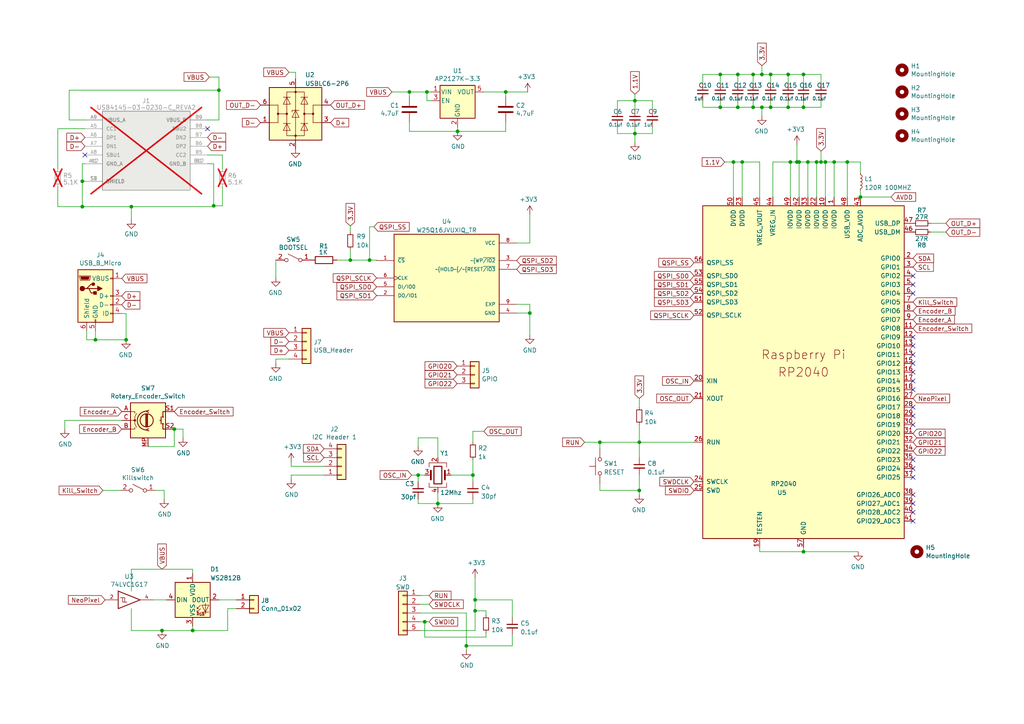
<source format=kicad_sch>
(kicad_sch (version 20230121) (generator eeschema)
  (paper "A4")
  (junction (at 236.855 46.99))
  (junction (at 36.576 98.552))
  (junction (at 107.188 75.438))
  (junction (at 228.6 21.59))
  (junction (at 184.15 38.735))
  (junction (at 223.52 21.59))
  (junction (at 220.98 21.59))
  (junction (at 132.715 38.1))
  (junction (at 245.745 46.99))
  (junction (at 231.14 46.99))
  (junction (at 46.99 182.88))
  (junction (at 123.19 180.34))
  (junction (at 238.125 46.99))
  (junction (at 123.825 26.67))
  (junction (at 185.42 128.27))
  (junction (at 185.42 142.24))
  (junction (at 231.775 46.99))
  (junction (at 241.935 46.99))
  (junction (at 233.045 21.59))
  (junction (at 135.255 187.325))
  (junction (at 137.16 137.795))
  (junction (at 184.15 29.21))
  (junction (at 137.795 173.99))
  (junction (at 38.1 59.944))
  (junction (at 137.795 177.165))
  (junction (at 213.995 21.59))
  (junction (at 27.686 98.552))
  (junction (at 218.44 21.59))
  (junction (at 50.546 124.46))
  (junction (at 208.915 21.59))
  (junction (at 208.915 31.115))
  (junction (at 212.725 46.99))
  (junction (at 146.685 26.67))
  (junction (at 63.5 26.162))
  (junction (at 118.745 26.67))
  (junction (at 233.045 160.02))
  (junction (at 101.6 75.438))
  (junction (at 218.44 31.115))
  (junction (at 23.876 52.578))
  (junction (at 213.995 31.115))
  (junction (at 173.99 128.27))
  (junction (at 223.52 31.115))
  (junction (at 61.976 59.69))
  (junction (at 220.98 31.115))
  (junction (at 55.88 182.88))
  (junction (at 153.67 90.805))
  (junction (at 23.876 59.944))
  (junction (at 121.285 137.795))
  (junction (at 233.045 31.115))
  (junction (at 228.6 31.115))
  (junction (at 239.395 46.99))
  (junction (at 229.235 46.99))
  (junction (at 249.555 57.15))
  (junction (at 127 146.05))
  (junction (at 234.315 46.99))
  (junction (at 215.265 46.99))
  (no_connect (at 264.795 118.11))
  (no_connect (at 264.795 148.59))
  (no_connect (at 264.795 82.55))
  (no_connect (at 264.795 97.79))
  (no_connect (at 264.795 151.13))
  (no_connect (at 24.638 44.958))
  (no_connect (at 264.795 105.41))
  (no_connect (at 264.795 102.87))
  (no_connect (at 264.795 100.33))
  (no_connect (at 264.795 110.49))
  (no_connect (at 264.795 80.01))
  (no_connect (at 264.795 107.95))
  (no_connect (at 264.795 138.43))
  (no_connect (at 264.795 143.51))
  (no_connect (at 264.795 146.05))
  (no_connect (at 60.198 37.338))
  (no_connect (at 264.795 85.09))
  (no_connect (at 264.795 120.65))
  (no_connect (at 264.795 133.35))
  (no_connect (at 264.795 113.03))
  (no_connect (at 264.795 135.89))
  (no_connect (at 264.795 123.19))
  (wire (pts (xy 218.44 29.21) (xy 218.44 31.115)))
  (wire (pts (xy 127 146.05) (xy 137.16 146.05)))
  (wire (pts (xy 213.995 21.59) (xy 213.995 24.13)))
  (wire (pts (xy 238.125 31.115) (xy 238.125 29.21)))
  (wire (pts (xy 23.876 47.498) (xy 23.876 52.578)))
  (wire (pts (xy 173.99 140.335) (xy 173.99 142.24)))
  (wire (pts (xy 220.98 19.05) (xy 220.98 21.59)))
  (wire (pts (xy 184.15 38.735) (xy 184.15 41.275)))
  (wire (pts (xy 233.045 158.75) (xy 233.045 160.02)))
  (wire (pts (xy 118.745 26.67) (xy 123.825 26.67)))
  (wire (pts (xy 228.6 29.21) (xy 228.6 31.115)))
  (wire (pts (xy 38.1 165.1) (xy 38.1 171.45)))
  (wire (pts (xy 16.764 54.102) (xy 16.764 59.944)))
  (wire (pts (xy 223.52 31.115) (xy 228.6 31.115)))
  (wire (pts (xy 223.52 29.21) (xy 223.52 31.115)))
  (wire (pts (xy 127 127) (xy 121.285 127)))
  (wire (pts (xy 93.98 135.255) (xy 84.455 135.255)))
  (wire (pts (xy 60.198 34.798) (xy 63.5 34.798)))
  (wire (pts (xy 80.01 80.518) (xy 80.01 75.438)))
  (wire (pts (xy 185.42 128.27) (xy 185.42 132.715)))
  (wire (pts (xy 97.79 75.438) (xy 101.6 75.438)))
  (wire (pts (xy 184.15 29.21) (xy 189.23 29.21)))
  (wire (pts (xy 80.01 104.14) (xy 83.82 104.14)))
  (wire (pts (xy 220.345 158.75) (xy 220.345 160.02)))
  (wire (pts (xy 234.315 46.99) (xy 236.855 46.99)))
  (wire (pts (xy 233.045 160.02) (xy 248.92 160.02)))
  (wire (pts (xy 149.86 90.805) (xy 153.67 90.805)))
  (wire (pts (xy 234.315 46.99) (xy 234.315 57.15)))
  (wire (pts (xy 241.935 46.99) (xy 245.745 46.99)))
  (wire (pts (xy 185.42 115.57) (xy 185.42 118.11)))
  (wire (pts (xy 215.265 46.99) (xy 220.345 46.99)))
  (wire (pts (xy 55.88 165.1) (xy 38.1 165.1)))
  (wire (pts (xy 119.38 137.795) (xy 121.285 137.795)))
  (wire (pts (xy 238.125 46.99) (xy 239.395 46.99)))
  (wire (pts (xy 179.07 36.83) (xy 179.07 38.735)))
  (wire (pts (xy 212.725 57.15) (xy 212.725 46.99)))
  (wire (pts (xy 113.665 26.67) (xy 118.745 26.67)))
  (wire (pts (xy 148.59 184.15) (xy 148.59 187.325)))
  (wire (pts (xy 84.455 137.795) (xy 84.455 139.065)))
  (wire (pts (xy 107.188 75.438) (xy 109.22 75.438)))
  (wire (pts (xy 236.855 46.99) (xy 238.125 46.99)))
  (wire (pts (xy 148.59 173.99) (xy 137.795 173.99)))
  (wire (pts (xy 239.395 46.99) (xy 241.935 46.99)))
  (wire (pts (xy 146.685 27.94) (xy 146.685 26.67)))
  (wire (pts (xy 220.98 21.59) (xy 223.52 21.59)))
  (wire (pts (xy 50.546 129.54) (xy 50.546 124.46)))
  (wire (pts (xy 218.44 21.59) (xy 218.44 24.13)))
  (wire (pts (xy 16.764 37.338) (xy 16.764 49.022)))
  (wire (pts (xy 153.67 88.265) (xy 153.67 90.805)))
  (wire (pts (xy 85.725 20.955) (xy 83.82 20.955)))
  (wire (pts (xy 35.306 121.92) (xy 18.796 121.92)))
  (wire (pts (xy 132.715 38.1) (xy 146.685 38.1)))
  (wire (pts (xy 218.44 21.59) (xy 220.98 21.59)))
  (wire (pts (xy 231.775 46.99) (xy 231.775 57.15)))
  (wire (pts (xy 84.455 135.255) (xy 84.455 133.985)))
  (wire (pts (xy 66.04 182.88) (xy 55.88 182.88)))
  (wire (pts (xy 153.67 70.485) (xy 153.67 62.23)))
  (wire (pts (xy 123.19 184.785) (xy 140.97 184.785)))
  (wire (pts (xy 20.066 26.162) (xy 20.066 34.798)))
  (wire (pts (xy 121.92 175.26) (xy 124.46 175.26)))
  (wire (pts (xy 25.146 98.552) (xy 25.146 96.012)))
  (wire (pts (xy 24.638 37.338) (xy 16.764 37.338)))
  (wire (pts (xy 213.995 31.115) (xy 218.44 31.115)))
  (wire (pts (xy 233.045 31.115) (xy 238.125 31.115)))
  (wire (pts (xy 63.5 173.99) (xy 68.58 173.99)))
  (wire (pts (xy 101.6 75.438) (xy 107.188 75.438)))
  (wire (pts (xy 20.066 34.798) (xy 24.638 34.798)))
  (wire (pts (xy 249.555 57.15) (xy 258.445 57.15)))
  (wire (pts (xy 189.23 29.21) (xy 189.23 31.75)))
  (wire (pts (xy 269.875 64.77) (xy 274.32 64.77)))
  (wire (pts (xy 23.876 59.944) (xy 38.1 59.944)))
  (wire (pts (xy 169.545 128.27) (xy 173.99 128.27)))
  (wire (pts (xy 123.19 180.34) (xy 123.19 184.785)))
  (wire (pts (xy 132.715 36.83) (xy 132.715 38.1)))
  (wire (pts (xy 269.875 67.31) (xy 274.32 67.31)))
  (wire (pts (xy 64.516 44.958) (xy 64.516 49.022)))
  (wire (pts (xy 210.185 46.99) (xy 212.725 46.99)))
  (wire (pts (xy 130.81 137.795) (xy 137.16 137.795)))
  (wire (pts (xy 127 142.875) (xy 127 146.05)))
  (wire (pts (xy 231.775 46.99) (xy 234.315 46.99)))
  (wire (pts (xy 173.99 128.27) (xy 173.99 130.175)))
  (wire (pts (xy 36.576 90.932) (xy 36.576 98.552)))
  (wire (pts (xy 127 127) (xy 127 132.715)))
  (wire (pts (xy 203.835 29.21) (xy 203.835 31.115)))
  (wire (pts (xy 108.458 65.786) (xy 107.188 65.786)))
  (wire (pts (xy 184.15 36.83) (xy 184.15 38.735)))
  (wire (pts (xy 18.796 124.46) (xy 18.796 121.92)))
  (wire (pts (xy 63.5 34.798) (xy 63.5 26.162)))
  (wire (pts (xy 121.92 182.88) (xy 137.795 182.88)))
  (wire (pts (xy 66.04 176.53) (xy 66.04 182.88)))
  (wire (pts (xy 148.59 179.07) (xy 148.59 173.99)))
  (wire (pts (xy 85.725 22.86) (xy 85.725 20.955)))
  (wire (pts (xy 140.97 177.165) (xy 137.795 177.165)))
  (wire (pts (xy 137.795 173.99) (xy 137.795 167.64)))
  (wire (pts (xy 27.686 96.012) (xy 27.686 98.552)))
  (wire (pts (xy 140.335 125.095) (xy 137.16 125.095)))
  (wire (pts (xy 146.685 26.67) (xy 153.035 26.67)))
  (wire (pts (xy 121.285 137.795) (xy 123.19 137.795)))
  (wire (pts (xy 123.825 29.21) (xy 123.825 26.67)))
  (wire (pts (xy 55.88 182.88) (xy 55.88 181.61)))
  (wire (pts (xy 208.915 29.21) (xy 208.915 31.115)))
  (wire (pts (xy 27.686 98.552) (xy 25.146 98.552)))
  (wire (pts (xy 189.23 38.735) (xy 189.23 36.83)))
  (wire (pts (xy 64.516 59.69) (xy 61.976 59.69)))
  (wire (pts (xy 46.99 182.88) (xy 55.88 182.88)))
  (wire (pts (xy 121.92 177.8) (xy 135.255 177.8)))
  (wire (pts (xy 179.07 31.75) (xy 179.07 29.21)))
  (wire (pts (xy 38.1 59.944) (xy 61.976 59.944)))
  (wire (pts (xy 185.42 128.27) (xy 201.295 128.27)))
  (wire (pts (xy 236.855 46.99) (xy 236.855 57.15)))
  (wire (pts (xy 228.6 21.59) (xy 228.6 24.13)))
  (wire (pts (xy 203.835 21.59) (xy 208.915 21.59)))
  (wire (pts (xy 140.335 26.67) (xy 146.685 26.67)))
  (wire (pts (xy 53.086 124.46) (xy 50.546 124.46)))
  (wire (pts (xy 118.745 27.94) (xy 118.745 26.67)))
  (wire (pts (xy 135.255 177.8) (xy 135.255 187.325)))
  (wire (pts (xy 140.97 183.515) (xy 140.97 184.785)))
  (wire (pts (xy 137.16 133.35) (xy 137.16 137.795)))
  (wire (pts (xy 173.99 142.24) (xy 185.42 142.24)))
  (wire (pts (xy 124.46 172.72) (xy 121.92 172.72)))
  (wire (pts (xy 118.745 38.1) (xy 132.715 38.1)))
  (wire (pts (xy 229.235 46.99) (xy 229.235 57.15)))
  (wire (pts (xy 123.825 26.67) (xy 125.095 26.67)))
  (wire (pts (xy 80.01 105.41) (xy 80.01 104.14)))
  (wire (pts (xy 149.86 70.485) (xy 153.67 70.485)))
  (wire (pts (xy 24.638 52.578) (xy 23.876 52.578)))
  (wire (pts (xy 38.1 176.53) (xy 38.1 182.88)))
  (wire (pts (xy 137.16 125.095) (xy 137.16 128.27)))
  (wire (pts (xy 249.555 55.245) (xy 249.555 57.15)))
  (wire (pts (xy 238.125 43.815) (xy 238.125 46.99)))
  (wire (pts (xy 60.706 22.352) (xy 63.5 22.352)))
  (wire (pts (xy 38.1 182.88) (xy 46.99 182.88)))
  (wire (pts (xy 101.6 72.39) (xy 101.6 75.438)))
  (wire (pts (xy 16.764 59.944) (xy 23.876 59.944)))
  (wire (pts (xy 208.915 21.59) (xy 208.915 24.13)))
  (wire (pts (xy 121.285 137.795) (xy 121.285 139.7)))
  (wire (pts (xy 220.345 46.99) (xy 220.345 57.15)))
  (wire (pts (xy 220.345 160.02) (xy 233.045 160.02)))
  (wire (pts (xy 137.16 137.795) (xy 137.16 139.7)))
  (wire (pts (xy 55.88 166.37) (xy 55.88 165.1)))
  (wire (pts (xy 61.976 59.69) (xy 61.976 47.498)))
  (wire (pts (xy 149.86 88.265) (xy 153.67 88.265)))
  (wire (pts (xy 231.14 41.91) (xy 231.14 46.99)))
  (wire (pts (xy 173.99 128.27) (xy 185.42 128.27)))
  (wire (pts (xy 223.52 21.59) (xy 228.6 21.59)))
  (wire (pts (xy 20.066 26.162) (xy 63.5 26.162)))
  (wire (pts (xy 213.995 21.59) (xy 218.44 21.59)))
  (wire (pts (xy 153.67 90.805) (xy 153.67 97.155)))
  (wire (pts (xy 146.685 35.56) (xy 146.685 38.1)))
  (wire (pts (xy 123.19 180.34) (xy 124.46 180.34)))
  (wire (pts (xy 47.625 144.78) (xy 47.625 142.24)))
  (wire (pts (xy 249.555 46.99) (xy 249.555 50.165)))
  (wire (pts (xy 137.795 182.88) (xy 137.795 177.165)))
  (wire (pts (xy 245.745 46.99) (xy 249.555 46.99)))
  (wire (pts (xy 224.155 57.15) (xy 224.155 46.99)))
  (wire (pts (xy 208.915 31.115) (xy 213.995 31.115)))
  (wire (pts (xy 135.255 187.325) (xy 135.255 188.595)))
  (wire (pts (xy 137.16 144.78) (xy 137.16 146.05)))
  (wire (pts (xy 34.925 142.24) (xy 29.845 142.24)))
  (wire (pts (xy 35.306 90.932) (xy 36.576 90.932)))
  (wire (pts (xy 185.42 123.19) (xy 185.42 128.27)))
  (wire (pts (xy 61.976 59.944) (xy 61.976 59.69)))
  (wire (pts (xy 60.198 44.958) (xy 64.516 44.958)))
  (wire (pts (xy 233.045 21.59) (xy 233.045 24.13)))
  (wire (pts (xy 42.926 129.54) (xy 50.546 129.54)))
  (wire (pts (xy 212.725 46.99) (xy 215.265 46.99)))
  (wire (pts (xy 118.745 35.56) (xy 118.745 38.1)))
  (wire (pts (xy 93.98 137.795) (xy 84.455 137.795)))
  (wire (pts (xy 36.576 98.552) (xy 27.686 98.552)))
  (wire (pts (xy 184.15 31.75) (xy 184.15 29.21)))
  (wire (pts (xy 101.6 67.31) (xy 101.6 65.532)))
  (wire (pts (xy 218.44 31.115) (xy 220.98 31.115)))
  (wire (pts (xy 68.58 176.53) (xy 66.04 176.53)))
  (wire (pts (xy 245.745 46.99) (xy 245.745 57.15)))
  (wire (pts (xy 220.98 31.115) (xy 223.52 31.115)))
  (wire (pts (xy 231.14 46.99) (xy 231.775 46.99)))
  (wire (pts (xy 109.22 75.438) (xy 109.22 75.565)))
  (wire (pts (xy 179.07 38.735) (xy 184.15 38.735)))
  (wire (pts (xy 203.835 24.13) (xy 203.835 21.59)))
  (wire (pts (xy 203.835 31.115) (xy 208.915 31.115)))
  (wire (pts (xy 121.285 144.78) (xy 121.285 146.05)))
  (wire (pts (xy 185.42 137.795) (xy 185.42 142.24)))
  (wire (pts (xy 23.876 52.578) (xy 23.876 59.944)))
  (wire (pts (xy 179.07 29.21) (xy 184.15 29.21)))
  (wire (pts (xy 184.15 27.305) (xy 184.15 29.21)))
  (wire (pts (xy 24.638 47.498) (xy 23.876 47.498)))
  (wire (pts (xy 208.915 21.59) (xy 213.995 21.59)))
  (wire (pts (xy 223.52 21.59) (xy 223.52 24.13)))
  (wire (pts (xy 137.795 177.165) (xy 137.795 173.99)))
  (wire (pts (xy 121.285 127) (xy 121.285 129.54)))
  (wire (pts (xy 121.285 146.05) (xy 127 146.05)))
  (wire (pts (xy 61.976 47.498) (xy 60.198 47.498)))
  (wire (pts (xy 224.155 46.99) (xy 229.235 46.99)))
  (wire (pts (xy 185.42 142.24) (xy 185.42 143.51)))
  (wire (pts (xy 233.045 29.21) (xy 233.045 31.115)))
  (wire (pts (xy 241.935 46.99) (xy 241.935 57.15)))
  (wire (pts (xy 125.095 29.21) (xy 123.825 29.21)))
  (wire (pts (xy 220.98 31.115) (xy 220.98 33.655)))
  (wire (pts (xy 47.625 142.24) (xy 45.085 142.24)))
  (wire (pts (xy 213.995 29.21) (xy 213.995 31.115)))
  (wire (pts (xy 148.59 187.325) (xy 135.255 187.325)))
  (wire (pts (xy 233.045 21.59) (xy 238.125 21.59)))
  (wire (pts (xy 121.92 180.34) (xy 123.19 180.34)))
  (wire (pts (xy 53.086 127) (xy 53.086 124.46)))
  (wire (pts (xy 64.516 54.102) (xy 64.516 59.69)))
  (wire (pts (xy 38.1 59.944) (xy 38.1 63.754)))
  (wire (pts (xy 184.15 38.735) (xy 189.23 38.735)))
  (wire (pts (xy 228.6 21.59) (xy 233.045 21.59)))
  (wire (pts (xy 48.26 173.99) (xy 44.45 173.99)))
  (wire (pts (xy 239.395 46.99) (xy 239.395 57.15)))
  (wire (pts (xy 63.5 22.352) (xy 63.5 26.162)))
  (wire (pts (xy 229.235 46.99) (xy 231.14 46.99)))
  (wire (pts (xy 107.188 65.786) (xy 107.188 75.438)))
  (wire (pts (xy 228.6 31.115) (xy 233.045 31.115)))
  (wire (pts (xy 238.125 21.59) (xy 238.125 24.13)))
  (wire (pts (xy 215.265 46.99) (xy 215.265 57.15)))
  (wire (pts (xy 140.97 178.435) (xy 140.97 177.165)))
  (global_label "QSPI_SCLK" (shape input) (at 109.22 80.645 180) (property "Intersheetrefs" "${INTERSHEET_REFS}" (effects hide)))
  (global_label "NeoPixel" (shape input) (at 264.795 115.57 0) (property "Intersheetrefs" "${INTERSHEET_REFS}" (effects hide)))
  (global_label "AVDD" (shape input) (at 258.445 57.15 0) (property "Intersheetrefs" "${INTERSHEET_REFS}" (effects hide)))
  (global_label "3.3V" (shape input) (at 185.42 115.57 90) (property "Intersheetrefs" "${INTERSHEET_REFS}" (effects hide)))
  (global_label "Encoder_B" (shape input) (at 264.795 90.17 0) (property "Intersheetrefs" "${INTERSHEET_REFS}" (effects hide)))
  (global_label "3.3V" (shape input) (at 101.6 65.532 90) (property "Intersheetrefs" "${INTERSHEET_REFS}" (effects hide)))
  (global_label "QSPI_SD2" (shape input) (at 201.295 85.09 180) (property "Intersheetrefs" "${INTERSHEET_REFS}" (effects hide)))
  (global_label "GPIO20" (shape input) (at 264.795 125.73 0) (property "Intersheetrefs" "${INTERSHEET_REFS}" (effects hide)))
  (global_label "VBUS" (shape input) (at 113.665 26.67 180) (property "Intersheetrefs" "${INTERSHEET_REFS}" (effects hide)))
  (global_label "OUT_D+" (shape input) (at 95.885 30.48 0) (property "Intersheetrefs" "${INTERSHEET_REFS}" (effects hide)))
  (global_label "D+" (shape input) (at 35.306 85.852 0) (property "Intersheetrefs" "${INTERSHEET_REFS}" (effects hide)))
  (global_label "OSC_IN" (shape input) (at 201.295 110.49 180) (property "Intersheetrefs" "${INTERSHEET_REFS}" (effects hide)))
  (global_label "Encoder_B" (shape input) (at 35.306 124.46 180) (property "Intersheetrefs" "${INTERSHEET_REFS}" (effects hide)))
  (global_label "OSC_OUT" (shape input) (at 201.295 115.57 180) (property "Intersheetrefs" "${INTERSHEET_REFS}" (effects hide)))
  (global_label "VBUS" (shape input) (at 83.82 96.52 180) (property "Intersheetrefs" "${INTERSHEET_REFS}" (effects hide)))
  (global_label "QSPI_SS" (shape input) (at 108.458 65.786 0) (property "Intersheetrefs" "${INTERSHEET_REFS}" (effects hide)))
  (global_label "OUT_D-" (shape input) (at 274.32 67.31 0) (property "Intersheetrefs" "${INTERSHEET_REFS}" (effects hide)))
  (global_label "D+" (shape input) (at 60.198 42.418 0) (property "Intersheetrefs" "${INTERSHEET_REFS}" (effects hide)))
  (global_label "Encoder_Switch" (shape input) (at 264.795 95.25 0) (property "Intersheetrefs" "${INTERSHEET_REFS}" (effects hide)))
  (global_label "GPIO21" (shape input) (at 132.588 108.712 180) (property "Intersheetrefs" "${INTERSHEET_REFS}" (effects hide)))
  (global_label "SWDIO" (shape input) (at 201.295 142.24 180) (property "Intersheetrefs" "${INTERSHEET_REFS}" (effects hide)))
  (global_label "Encoder_A" (shape input) (at 264.795 92.71 0) (property "Intersheetrefs" "${INTERSHEET_REFS}" (effects hide)))
  (global_label "QSPI_SD2" (shape input) (at 149.86 75.565 0) (property "Intersheetrefs" "${INTERSHEET_REFS}" (effects hide)))
  (global_label "RUN" (shape input) (at 124.46 172.72 0) (property "Intersheetrefs" "${INTERSHEET_REFS}" (effects hide)))
  (global_label "VBUS" (shape input) (at 46.99 165.1 90) (property "Intersheetrefs" "${INTERSHEET_REFS}" (effects hide)))
  (global_label "D-" (shape input) (at 75.565 35.56 180) (property "Intersheetrefs" "${INTERSHEET_REFS}" (effects hide)))
  (global_label "GPIO20" (shape input) (at 132.588 106.172 180) (property "Intersheetrefs" "${INTERSHEET_REFS}" (effects hide)))
  (global_label "OSC_OUT" (shape input) (at 140.335 125.095 0) (property "Intersheetrefs" "${INTERSHEET_REFS}" (effects hide)))
  (global_label "VBUS" (shape input) (at 83.82 20.955 180) (property "Intersheetrefs" "${INTERSHEET_REFS}" (effects hide)))
  (global_label "Kill_Switch" (shape input) (at 29.845 142.24 180) (property "Intersheetrefs" "${INTERSHEET_REFS}" (effects hide)))
  (global_label "Encoder_A" (shape input) (at 35.306 119.38 180) (property "Intersheetrefs" "${INTERSHEET_REFS}" (effects hide)))
  (global_label "SWDCLK" (shape input) (at 124.46 175.26 0) (property "Intersheetrefs" "${INTERSHEET_REFS}" (effects hide)))
  (global_label "QSPI_SD0" (shape input) (at 201.295 80.01 180) (property "Intersheetrefs" "${INTERSHEET_REFS}" (effects hide)))
  (global_label "VBUS" (shape input) (at 35.306 80.772 0) (property "Intersheetrefs" "${INTERSHEET_REFS}" (effects hide)))
  (global_label "SDA" (shape input) (at 264.795 74.93 0) (property "Intersheetrefs" "${INTERSHEET_REFS}" (effects hide)))
  (global_label "RUN" (shape input) (at 169.545 128.27 180) (property "Intersheetrefs" "${INTERSHEET_REFS}" (effects hide)))
  (global_label "Encoder_Switch" (shape input) (at 50.546 119.38 0) (property "Intersheetrefs" "${INTERSHEET_REFS}" (effects hide)))
  (global_label "3.3V" (shape input) (at 220.98 19.05 90) (property "Intersheetrefs" "${INTERSHEET_REFS}" (effects hide)))
  (global_label "1.1V" (shape input) (at 210.185 46.99 180) (property "Intersheetrefs" "${INTERSHEET_REFS}" (effects hide)))
  (global_label "VBUS" (shape input) (at 60.706 22.352 180) (property "Intersheetrefs" "${INTERSHEET_REFS}" (effects hide)))
  (global_label "SWDCLK" (shape input) (at 201.295 139.7 180) (property "Intersheetrefs" "${INTERSHEET_REFS}" (effects hide)))
  (global_label "GPIO22" (shape input) (at 132.588 111.252 180) (property "Intersheetrefs" "${INTERSHEET_REFS}" (effects hide)))
  (global_label "1.1V" (shape input) (at 184.15 27.305 90) (property "Intersheetrefs" "${INTERSHEET_REFS}" (effects hide)))
  (global_label "D-" (shape input) (at 35.306 88.392 0) (property "Intersheetrefs" "${INTERSHEET_REFS}" (effects hide)))
  (global_label "OUT_D+" (shape input) (at 274.32 64.77 0) (property "Intersheetrefs" "${INTERSHEET_REFS}" (effects hide)))
  (global_label "QSPI_SD3" (shape input) (at 201.295 87.63 180) (property "Intersheetrefs" "${INTERSHEET_REFS}" (effects hide)))
  (global_label "OSC_IN" (shape input) (at 119.38 137.795 180) (property "Intersheetrefs" "${INTERSHEET_REFS}" (effects hide)))
  (global_label "Kill_Switch" (shape input) (at 264.795 87.63 0) (property "Intersheetrefs" "${INTERSHEET_REFS}" (effects hide)))
  (global_label "QSPI_SD1" (shape input) (at 201.295 82.55 180) (property "Intersheetrefs" "${INTERSHEET_REFS}" (effects hide)))
  (global_label "QSPI_SCLK" (shape input) (at 201.295 91.44 180) (property "Intersheetrefs" "${INTERSHEET_REFS}" (effects hide)))
  (global_label "GPIO21" (shape input) (at 264.795 128.27 0) (property "Intersheetrefs" "${INTERSHEET_REFS}" (effects hide)))
  (global_label "D-" (shape input) (at 24.638 42.418 180) (property "Intersheetrefs" "${INTERSHEET_REFS}" (effects hide)))
  (global_label "SWDIO" (shape input) (at 124.46 180.34 0) (property "Intersheetrefs" "${INTERSHEET_REFS}" (effects hide)))
  (global_label "QSPI_SD0" (shape input) (at 109.22 83.185 180) (property "Intersheetrefs" "${INTERSHEET_REFS}" (effects hide)))
  (global_label "SDA" (shape input) (at 93.98 130.175 180) (property "Intersheetrefs" "${INTERSHEET_REFS}" (effects hide)))
  (global_label "D+" (shape input) (at 83.82 101.6 180) (property "Intersheetrefs" "${INTERSHEET_REFS}" (effects hide)))
  (global_label "SCL" (shape input) (at 264.795 77.47 0) (property "Intersheetrefs" "${INTERSHEET_REFS}" (effects hide)))
  (global_label "QSPI_SD1" (shape input) (at 109.22 85.725 180) (property "Intersheetrefs" "${INTERSHEET_REFS}" (effects hide)))
  (global_label "QSPI_SS" (shape input) (at 201.295 76.2 180) (property "Intersheetrefs" "${INTERSHEET_REFS}" (effects hide)))
  (global_label "3.3V" (shape input) (at 238.125 43.815 90) (property "Intersheetrefs" "${INTERSHEET_REFS}" (effects hide)))
  (global_label "D-" (shape input) (at 83.82 99.06 180) (property "Intersheetrefs" "${INTERSHEET_REFS}" (effects hide)))
  (global_label "D+" (shape input) (at 95.885 35.56 0) (property "Intersheetrefs" "${INTERSHEET_REFS}" (effects hide)))
  (global_label "SCL" (shape input) (at 93.98 132.715 180) (property "Intersheetrefs" "${INTERSHEET_REFS}" (effects hide)))
  (global_label "NeoPixel" (shape input) (at 30.48 173.99 180) (property "Intersheetrefs" "${INTERSHEET_REFS}" (effects hide)))
  (global_label "D+" (shape input) (at 24.638 39.878 180) (property "Intersheetrefs" "${INTERSHEET_REFS}" (effects hide)))
  (global_label "QSPI_SD3" (shape input) (at 149.86 78.105 0) (property "Intersheetrefs" "${INTERSHEET_REFS}" (effects hide)))
  (global_label "D-" (shape input) (at 60.198 39.878 0) (property "Intersheetrefs" "${INTERSHEET_REFS}" (effects hide)))
  (global_label "GPIO22" (shape input) (at 264.795 130.81 0) (property "Intersheetrefs" "${INTERSHEET_REFS}" (effects hide)))
  (global_label "OUT_D-" (shape input) (at 75.565 30.48 180) (property "Intersheetrefs" "${INTERSHEET_REFS}" (effects hide)))
  (symbol (lib_id "Library:Conn_01x04") (at 99.06 135.255 0) (mirror x) (unit 1) (in_bom no)
    (property "Reference" "J2" (at 96.9772 124.46 0))
    (property "Value" "I2C Header 1" (at 96.9772 126.7714 0))
    (property "Footprint" "Library:1pt3in_OLED" (effects hide))
  )
  (symbol (lib_id "Library:SW_SPST") (at 85.09 75.438 0) (mirror y) (unit 1)
    (property "Reference" "SW5" (at 85.09 69.469 0))
    (property "Value" "BOOTSEL" (at 85.09 71.7804 0))
    (property "Footprint" "Library:SW_Push_1P1T_NO_4.5x4.5mm" (effects hide))
    (property "LCSC" "C843607" (effects hide))
  )
  (symbol (lib_id "power:GND") (at 80.01 80.518 0) (mirror y) (unit 1)
    (property "Reference" "#PWR0115" (effects hide))
    (property "Value" "GND" (at 79.883 84.9122 0))
  )
  (symbol (lib_id "power:+3V3") (at 84.455 133.985 0) (unit 1)
    (property "Reference" "#PWR0106" (effects hide))
    (property "Value" "+3V3" (at 84.836 129.5908 0))
  )
  (symbol (lib_id "power:GND") (at 84.455 139.065 0) (unit 1)
    (property "Reference" "#PWR0107" (effects hide))
    (property "Value" "GND" (at 84.582 143.4592 0))
  )
  (symbol (lib_id "power:+3V3") (at 153.67 62.23 0) (mirror y) (unit 1)
    (property "Reference" "#PWR0116" (effects hide))
    (property "Value" "+3V3" (at 153.289 57.8358 0))
  )
  (symbol (lib_id "power:GND") (at 47.625 144.78 0) (unit 1)
    (property "Reference" "#PWR0120" (effects hide))
    (property "Value" "GND" (at 47.752 149.1742 0))
  )
  (symbol (lib_id "Library:74LVC1G17") (at 38.1 173.99 0) (unit 1)
    (property "Reference" "U3" (at 37.465 167.2082 0))
    (property "Value" "74LVC1G17" (at 37.465 169.5196 0))
    (property "Footprint" "Library:SOT-753" (effects hide))
    (property "Datasheet" "http://www.ti.com/lit/sg/scyt129e/scyt129e.pdf" (effects hide))
    (property "LCSC" "C6076" (effects hide))
  )
  (symbol (lib_id "Library:WS2812B") (at 55.88 173.99 0) (unit 1)
    (property "Reference" "D1" (at 60.96 165.1 0) (effects (justify left)))
    (property "Value" "WS2812B" (at 60.96 167.64 0) (effects (justify left)))
    (property "Footprint" "Library:LED_WS2812B_PLCC4_5.0x5.0mm_P3.2mm" (effects hide))
    (property "Datasheet" "https://cdn-shop.adafruit.com/datasheets/WS2812B.pdf" (effects hide))
    (property "LCSC" "C2761795" (effects hide))
  )
  (symbol (lib_id "Library:AP2127K-3.3") (at 132.715 29.21 0) (unit 1)
    (property "Reference" "U1" (at 132.715 20.5232 0))
    (property "Value" "AP2127K-3.3" (at 132.715 22.8346 0))
    (property "Footprint" "Library:SOT-23-5" (effects hide))
    (property "Datasheet" "https://www.diodes.com/assets/Datasheets/AP2127.pdf" (effects hide))
    (property "LCSC" "C156285" (effects hide))
  )
  (symbol (lib_id "Library:C") (at 146.685 31.75 0) (unit 1)
    (property "Reference" "C2" (at 149.606 30.5816 0) (effects (justify left)))
    (property "Value" "4.7uF" (at 149.606 32.893 0) (effects (justify left)))
    (property "Footprint" "Library:C_0603_1608Metric" (effects hide))
    (property "LCSC" "C19666" (effects hide))
  )
  (symbol (lib_id "Library:C") (at 118.745 31.75 0) (unit 1)
    (property "Reference" "C1" (at 115.824 30.5816 0) (effects (justify right)))
    (property "Value" "4.7uF" (at 115.824 32.893 0) (effects (justify right)))
    (property "Footprint" "Library:C_0603_1608Metric" (effects hide))
    (property "LCSC" "C19666" (effects hide))
  )
  (symbol (lib_id "power:GND") (at 46.99 182.88 0) (unit 1)
    (property "Reference" "#PWR0121" (effects hide))
    (property "Value" "GND" (at 47.117 187.2742 0))
  )
  (symbol (lib_id "Library:Rotary_Encoder_Switch") (at 42.926 121.92 0) (unit 1) (in_bom no)
    (property "Reference" "SW7" (at 42.926 112.5982 0))
    (property "Value" "Rotary_Encoder_Switch" (at 42.926 114.9096 0))
    (property "Footprint" "Library:EN11_Encoder" (effects hide))
    (property "MPN" "EN11-HSB1AF15" (effects hide))
  )
  (symbol (lib_id "power:+3V3") (at 153.035 26.67 0) (mirror y) (unit 1)
    (property "Reference" "#PWR0113" (effects hide))
    (property "Value" "+3V3" (at 152.654 22.2758 0))
  )
  (symbol (lib_id "power:GND") (at 53.086 127 0) (unit 1)
    (property "Reference" "#PWR0122" (effects hide))
    (property "Value" "GND" (at 53.213 131.3942 0))
  )
  (symbol (lib_id "power:GND") (at 132.715 38.1 0) (unit 1)
    (property "Reference" "#PWR0114" (effects hide))
    (property "Value" "GND" (at 132.842 42.4942 0))
  )
  (symbol (lib_id "Library:SW_SPST") (at 40.005 142.24 0) (mirror y) (unit 1)
    (property "Reference" "SW6" (at 40.005 136.271 0))
    (property "Value" "Killswitch" (at 40.005 138.5824 0))
    (property "Footprint" "Library:SW_Push_1P1T_NO_4.5x4.5mm" (effects hide))
    (property "LCSC" "C843607" (effects hide))
  )
  (symbol (lib_id "Library:MountingHole") (at 261.62 20.32 0) (unit 1) (in_bom no)
    (property "Reference" "H1" (at 264.16 19.1516 0) (effects (justify left)))
    (property "Value" "MountingHole" (at 264.16 21.463 0) (effects (justify left)))
    (property "Footprint" "Library:MountingHole_3.2mm_M3" (effects hide))
  )
  (symbol (lib_id "Library:MountingHole") (at 261.62 26.67 0) (unit 1) (in_bom no)
    (property "Reference" "H2" (at 264.16 25.5016 0) (effects (justify left)))
    (property "Value" "MountingHole" (at 264.16 27.813 0) (effects (justify left)))
    (property "Footprint" "Library:MountingHole_3.2mm_M3" (effects hide))
  )
  (symbol (lib_id "Library:MountingHole") (at 261.62 33.02 0) (unit 1) (in_bom no)
    (property "Reference" "H3" (at 264.16 31.8516 0) (effects (justify left)))
    (property "Value" "MountingHole" (at 264.16 34.163 0) (effects (justify left)))
    (property "Footprint" "Library:MountingHole_3.2mm_M3" (effects hide))
  )
  (symbol (lib_id "Library:MountingHole") (at 261.62 39.37 0) (unit 1) (in_bom no)
    (property "Reference" "H4" (at 264.16 38.2016 0) (effects (justify left)))
    (property "Value" "MountingHole" (at 264.16 40.513 0) (effects (justify left)))
    (property "Footprint" "Library:MountingHole_3.2mm_M3" (effects hide))
  )
  (symbol (lib_id "power:GND") (at 135.255 188.595 0) (unit 1)
    (property "Reference" "#PWR0124" (effects hide))
    (property "Value" "GND" (at 135.382 192.9892 0))
  )
  (symbol (lib_id "power:+3V3") (at 137.795 167.64 0) (unit 1)
    (property "Reference" "#PWR0125" (effects hide))
    (property "Value" "+3V3" (at 138.176 163.2458 0))
  )
  (symbol (lib_id "power:GND") (at 18.796 124.46 0) (unit 1)
    (property "Reference" "#PWR0123" (effects hide))
    (property "Value" "GND" (at 18.923 128.8542 0))
  )
  (symbol (lib_id "Library:Conn_01x04") (at 88.9 99.06 0) (unit 1) (in_bom no)
    (property "Reference" "J7" (at 90.932 99.2632 0) (effects (justify left)))
    (property "Value" "USB_Header" (at 90.932 101.5746 0) (effects (justify left)))
    (property "Footprint" "Library:PinHeader_1x04_P2.54mm_Vertical" (effects hide))
  )
  (symbol (lib_id "power:GND") (at 80.01 105.41 0) (mirror y) (unit 1)
    (property "Reference" "#PWR0128" (effects hide))
    (property "Value" "GND" (at 79.883 109.8042 0))
  )
  (symbol (lib_id "Library:Conn_01x02") (at 73.66 173.99 0) (unit 1) (in_bom no)
    (property "Reference" "J8" (at 75.692 174.1932 0) (effects (justify left)))
    (property "Value" "Conn_01x02" (at 75.692 176.5046 0) (effects (justify left)))
    (property "Footprint" "Library:PinHeader_1x02_P2.54mm_Vertical" (effects hide))
  )
  (symbol (lib_id "Library:RP2040") (at 233.045 107.95 0) (unit 1)
    (property "Reference" "U5" (at 225.425 142.875 0) (effects (justify left)))
    (property "Value" "RP2040" (at 223.52 140.335 0) (effects (justify left)))
    (property "Footprint" "Library:RP2040-QFN-56" (effects hide))
    (property "LCSC" "C2040" (effects hide))
  )
  (symbol (lib_id "Library:C_Small") (at 121.285 142.24 180) (unit 1)
    (property "Reference" "C3" (at 117.475 140.335 0) (effects (justify right)))
    (property "Value" "30pf" (at 116.205 144.145 0) (effects (justify right)))
    (property "Footprint" "Library:C_0402_1005Metric" (effects hide))
    (property "LCSC" "C526980" (effects hide))
  )
  (symbol (lib_id "Library:C_Small") (at 218.44 26.67 0) (unit 1)
    (property "Reference" "C13" (at 217.17 24.765 0) (effects (justify left)))
    (property "Value" "0.1uf" (at 215.9 28.575 0) (effects (font (size 1 1)) (justify left)))
    (property "Footprint" "Library:C_0402_1005Metric" (effects hide))
    (property "LCSC" "C1525" (effects hide))
  )
  (symbol (lib_id "Library:C_Small") (at 233.045 26.67 0) (unit 1)
    (property "Reference" "C16" (at 231.775 24.765 0) (effects (justify left)))
    (property "Value" "0.1uf" (at 230.505 28.575 0) (effects (font (size 1 1)) (justify left)))
    (property "Footprint" "Library:C_0402_1005Metric" (effects hide))
    (property "LCSC" "C1525" (effects hide))
  )
  (symbol (lib_id "Library:C_Small") (at 185.42 135.255 0) (unit 1)
    (property "Reference" "C8" (at 187.7441 134.4266 0) (effects (justify left)))
    (property "Value" "0.1uf" (at 187.7441 136.9635 0) (effects (justify left)))
    (property "Footprint" "Library:C_0402_1005Metric" (effects hide))
    (property "LCSC" "C1525" (effects hide))
  )
  (symbol (lib_id "power:GND") (at 153.67 97.155 0) (unit 1)
    (property "Reference" "#PWR0101" (effects hide))
    (property "Value" "GND" (at 153.67 101.5984 0))
  )
  (symbol (lib_name "GND_1") (lib_id "power:GND") (at 38.1 63.754 0) (unit 1)
    (property "Reference" "#PWR01" (effects hide))
    (property "Value" "GND" (at 38.1 67.8895 0))
  )
  (symbol (lib_id "Library:L_Small") (at 249.555 52.705 0) (unit 1)
    (property "Reference" "L1" (at 250.698 51.8703 0) (effects (justify left)))
    (property "Value" "120R 100MHZ" (at 250.698 54.4072 0) (effects (justify left)))
    (property "Footprint" "Library:L_0402_1005Metric" (effects hide))
    (property "LCSC" "C107331" (effects hide))
  )
  (symbol (lib_id "power:GND") (at 36.576 98.552 0) (mirror y) (unit 1)
    (property "Reference" "#PWR02" (effects hide))
    (property "Value" "GND" (at 36.449 102.9462 0))
  )
  (symbol (lib_id "Library:R_Small") (at 137.16 130.81 0) (unit 1)
    (property "Reference" "R2" (at 138.6586 129.9753 0) (effects (justify left)))
    (property "Value" "1k" (at 138.6586 132.5122 0) (effects (justify left)))
    (property "Footprint" "Library:R_0603_1608Metric" (effects hide))
    (property "LCSC" "C21190" (effects hide))
  )
  (symbol (lib_id "power:GND") (at 220.98 33.655 0) (mirror y) (unit 1)
    (property "Reference" "#PWR0108" (effects hide))
    (property "Value" "GND" (at 220.853 38.0492 0))
  )
  (symbol (lib_id "Library:USB_B_Micro") (at 27.686 85.852 0) (unit 1)
    (property "Reference" "J4" (at 29.1338 73.9902 0))
    (property "Value" "USB_B_Micro" (at 29.1338 76.3016 0))
    (property "Footprint" "Library:MolexVertical&Horizontal_MicroB" (effects hide))
    (property "LCSC" "C136000" (effects hide))
  )
  (symbol (lib_id "Library:C_Small") (at 203.835 26.67 0) (unit 1)
    (property "Reference" "C10" (at 202.565 24.765 0) (effects (justify left)))
    (property "Value" "1uf" (at 201.295 28.575 0) (effects (font (size 1 1)) (justify left)))
    (property "Footprint" "Library:C_0402_1005Metric" (effects hide))
    (property "LCSC" "C52923" (effects hide))
  )
  (symbol (lib_id "Library:C_Small") (at 208.915 26.67 0) (unit 1)
    (property "Reference" "C11" (at 207.645 24.765 0) (effects (justify left)))
    (property "Value" "0.1uf" (at 206.375 28.575 0) (effects (font (size 1 1)) (justify left)))
    (property "Footprint" "Library:C_0402_1005Metric" (effects hide))
    (property "LCSC" "C1525" (effects hide))
  )
  (symbol (lib_id "power:GND") (at 127 146.05 0) (mirror y) (unit 1)
    (property "Reference" "#PWR0102" (effects hide))
    (property "Value" "GND" (at 126.873 150.4442 0))
  )
  (symbol (lib_id "Library:Conn_01x05") (at 116.84 177.8 0) (mirror y) (unit 1) (in_bom no)
    (property "Reference" "J3" (at 116.84 167.7502 0))
    (property "Value" "SWD" (at 116.84 170.2871 0))
    (property "Footprint" "Library:PinHeader_1x05_P2.54mm_Vertical" (effects hide))
  )
  (symbol (lib_id "Library:C_Small") (at 137.16 142.24 0) (unit 1)
    (property "Reference" "C4" (at 139.4841 141.4116 0) (effects (justify left)))
    (property "Value" "30pf" (at 139.4841 143.9485 0) (effects (justify left)))
    (property "Footprint" "Library:C_0402_1005Metric" (effects hide))
    (property "LCSC" "C526980" (effects hide))
  )
  (symbol (lib_id "Library:R_Small") (at 140.97 180.975 0) (unit 1)
    (property "Reference" "R3" (at 142.4686 180.1403 0) (effects (justify left)))
    (property "Value" "10k" (at 142.4686 182.6772 0) (effects (justify left)))
    (property "Footprint" "Library:R_0603_1608Metric" (effects hide))
    (property "LCSC" "C25804" (effects hide))
  )
  (symbol (lib_id "power:GND") (at 248.92 160.02 0) (mirror y) (unit 1)
    (property "Reference" "#PWR0109" (effects hide))
    (property "Value" "GND" (at 248.793 164.4142 0))
  )
  (symbol (lib_id "Library:MountingHole") (at 265.938 160.02 0) (unit 1) (in_bom no)
    (property "Reference" "H5" (at 268.478 158.8079 0) (effects (justify left)))
    (property "Value" "MountingHole" (at 268.478 161.2321 0) (effects (justify left)))
    (property "Footprint" "Library:VoronLogo_6pt5mm_silkScreen" (effects hide))
    (property "Sim.Enable" "0" (effects hide))
  )
  (symbol (lib_id "Library:R_Small") (at 267.335 64.77 90) (unit 1)
    (property "Reference" "R7" (at 267.335 61.0235 90))
    (property "Value" "27R" (at 267.335 62.9445 90))
    (property "Footprint" "Library:R_0402_1005Metric" (effects hide))
    (property "LCSC" "C137890" (effects hide))
  )
  (symbol (lib_id "Library:R") (at 93.98 75.438 90) (unit 1)
    (property "Reference" "R1" (at 95.25 71.374 90) (effects (justify left)))
    (property "Value" "1K" (at 95.123 73.152 90) (effects (justify left)))
    (property "Footprint" "Library:R_0603_1608Metric" (effects hide))
    (property "LCSC" "C21190" (effects hide))
  )
  (symbol (lib_id "power:GND") (at 184.15 41.275 0) (mirror y) (unit 1)
    (property "Reference" "#PWR0105" (effects hide))
    (property "Value" "GND" (at 184.023 45.6692 0))
  )
  (symbol (lib_id "Library:C_Small") (at 223.52 26.67 0) (unit 1)
    (property "Reference" "C14" (at 222.25 24.765 0) (effects (justify left)))
    (property "Value" "0.1uf" (at 220.98 28.575 0) (effects (font (size 1 1)) (justify left)))
    (property "Footprint" "Library:C_0402_1005Metric" (effects hide))
    (property "LCSC" "C1525" (effects hide))
  )
  (symbol (lib_id "Library:W25Q16JVUXIQ_TR") (at 129.54 80.645 0) (unit 1)
    (property "Reference" "U4" (at 129.54 64.2452 0))
    (property "Value" "W25Q16JVUXIQ_TR" (at 129.54 66.7821 0))
    (property "Footprint" "Library:IC_W25Q16JVUXIQ_TR" (effects hide))
    (property "LCSC" "C2843335" (effects hide))
  )
  (symbol (lib_id "Library:USBLC6-2P6") (at 85.725 33.02 0) (unit 1)
    (property "Reference" "U2" (at 88.4937 21.7002 0) (effects (justify left)))
    (property "Value" "USBLC6-2P6" (at 88.4937 24.2371 0) (effects (justify left)))
    (property "Footprint" "Library:SOT-666" (effects hide))
    (property "Datasheet" "https://www.st.com/resource/en/datasheet/usblc6-2.pdf" (effects hide))
    (property "LCSC" "C2827693" (effects hide))
  )
  (symbol (lib_id "Library:C_Small") (at 228.6 26.67 0) (unit 1)
    (property "Reference" "C15" (at 227.33 24.765 0) (effects (justify left)))
    (property "Value" "0.1uf" (at 226.06 28.575 0) (effects (font (size 1 1)) (justify left)))
    (property "Footprint" "Library:C_0402_1005Metric" (effects hide))
    (property "LCSC" "C1525" (effects hide))
  )
  (symbol (lib_id "Library:R_Small") (at 267.335 67.31 270) (unit 1)
    (property "Reference" "R8" (at 267.335 71.12 90))
    (property "Value" "27R" (at 267.335 69.215 90))
    (property "Footprint" "Library:R_0402_1005Metric" (effects hide))
    (property "LCSC" "C137890" (effects hide))
  )
  (symbol (lib_id "Library:Conn_01x03") (at 137.668 108.712 0) (unit 1) (in_bom no)
    (property "Reference" "J5" (at 139.7 107.4999 0) (effects (justify left)))
    (property "Value" "GPIO" (at 139.7 109.9241 0) (effects (justify left)))
    (property "Footprint" "Connector_PinHeader_2.54mm:PinHeader_1x03_P2.54mm_Vertical" (effects hide))
  )
  (symbol (lib_id "Library:C_Small") (at 148.59 181.61 0) (unit 1)
    (property "Reference" "C5" (at 150.9141 180.7816 0) (effects (justify left)))
    (property "Value" "0.1uf" (at 150.9141 183.3185 0) (effects (justify left)))
    (property "Footprint" "Library:C_0402_1005Metric" (effects hide))
    (property "LCSC" "C1525" (effects hide))
  )
  (symbol (lib_id "Library:SW_Push") (at 173.99 135.255 90) (unit 1)
    (property "Reference" "SW1" (at 175.133 134.4203 90) (effects (justify right)))
    (property "Value" "RESET" (at 175.133 136.9572 90) (effects (justify right)))
    (property "Footprint" "Library:SW_Push_1P1T_NO_4.5x4.5mm" (effects hide))
    (property "LCSC" "C843607" (effects hide))
  )
  (symbol (lib_id "power:GND") (at 185.42 143.51 0) (mirror y) (unit 1)
    (property "Reference" "#PWR0110" (effects hide))
    (property "Value" "GND" (at 185.293 147.9042 0))
  )
  (symbol (lib_id "Library:C_Small") (at 184.15 34.29 0) (unit 1)
    (property "Reference" "C7" (at 182.88 32.385 0) (effects (justify left)))
    (property "Value" "0.1uf" (at 181.61 36.195 0) (effects (font (size 1 1)) (justify left)))
    (property "Footprint" "Library:C_0402_1005Metric" (effects hide))
    (property "LCSC" "C1525" (effects hide))
  )
  (symbol (lib_id "power:GND") (at 121.285 129.54 0) (mirror y) (unit 1)
    (property "Reference" "#PWR0103" (effects hide))
    (property "Value" "GND" (at 121.158 133.9342 0))
  )
  (symbol (lib_id "Library:R_Small") (at 101.6 69.85 0) (unit 1)
    (property "Reference" "R9" (at 103.378 68.58 0) (effects (justify left)))
    (property "Value" "10k" (at 103.378 71.1169 0) (effects (justify left)))
    (property "Footprint" "Library:R_0603_1608Metric" (effects hide))
    (property "LCSC" "C25804" (effects hide))
  )
  (symbol (lib_id "Library:C_Small") (at 189.23 34.29 0) (unit 1)
    (property "Reference" "C9" (at 187.96 32.385 0) (effects (justify left)))
    (property "Value" "1uf" (at 186.69 36.195 0) (effects (font (size 1 1)) (justify left)))
    (property "Footprint" "Library:C_0402_1005Metric" (effects hide))
    (property "LCSC" "C52923" (effects hide))
  )
  (symbol (lib_id "Library:USB4145-03-0230-C_REVA2") (at 42.418 42.418 0) (unit 1) (in_bom no) (on_board no) (dnp yes)
    (property "Reference" "J1" (at 42.418 29.2481 0))
    (property "Value" "USB4145-03-0230-C_REVA2" (at 42.418 31.1691 0))
    (property "Footprint" "Library:GCT_USB4145-03-0230-C_REVA2" (effects hide))
    (property "Description" "\rType C USB 2.0 Connector\r" (effects hide))
    (property "LCSC" "C5291559" (effects hide))
    (property "MPN" "USB4145-03-0230-C" (effects hide))
  )
  (symbol (lib_id "Library:C_Small") (at 179.07 34.29 0) (unit 1)
    (property "Reference" "C6" (at 177.8 32.385 0) (effects (justify left)))
    (property "Value" "0.1uf" (at 176.53 36.195 0) (effects (font (size 1 1)) (justify left)))
    (property "Footprint" "Library:C_0402_1005Metric" (effects hide))
    (property "LCSC" "C1525" (effects hide))
  )
  (symbol (lib_id "Library:C_Small") (at 213.995 26.67 0) (unit 1)
    (property "Reference" "C12" (at 212.725 24.765 0) (effects (justify left)))
    (property "Value" "0.1uf" (at 211.455 28.575 0) (effects (font (size 1 1)) (justify left)))
    (property "Footprint" "Library:C_0402_1005Metric" (effects hide))
    (property "LCSC" "C1525" (effects hide))
  )
  (symbol (lib_id "Library:R_Small") (at 64.516 51.562 0) (unit 1) (in_bom no) (on_board no) (dnp yes)
    (property "Reference" "R6" (at 66.0146 50.9183 0) (effects (justify left)))
    (property "Value" "5.1K" (at 66.0146 52.8393 0) (effects (justify left)))
    (property "Footprint" "Library:R_0603_1608Metric" (effects hide))
    (property "LCSC" "C23186" (effects hide))
  )
  (symbol (lib_id "Library:R_Small") (at 185.42 120.65 0) (unit 1)
    (property "Reference" "R4" (at 186.9186 119.8153 0) (effects (justify left)))
    (property "Value" "10k" (at 186.9186 122.3522 0) (effects (justify left)))
    (property "Footprint" "Library:R_0603_1608Metric" (effects hide))
    (property "LCSC" "C25804" (effects hide))
  )
  (symbol (lib_id "power:+3V3") (at 231.14 41.91 0) (mirror y) (unit 1)
    (property "Reference" "#PWR0111" (effects hide))
    (property "Value" "+3V3" (at 230.759 37.5158 0))
  )
  (symbol (lib_id "Library:C_Small") (at 238.125 26.67 0) (unit 1)
    (property "Reference" "C17" (at 236.855 24.765 0) (effects (justify left)))
    (property "Value" "0.1uf" (at 235.585 28.575 0) (effects (font (size 1 1)) (justify left)))
    (property "Footprint" "Library:C_0402_1005Metric" (effects hide))
    (property "LCSC" "C1525" (effects hide))
  )
  (symbol (lib_id "Library:R_Small") (at 16.764 51.562 180) (unit 1) (in_bom no) (on_board no) (dnp yes)
    (property "Reference" "R5" (at 18.2626 50.9183 0) (effects (justify right)))
    (property "Value" "5.1K" (at 18.2626 52.8393 0) (effects (justify right)))
    (property "Footprint" "Library:R_0603_1608Metric" (effects hide))
    (property "LCSC" "C23186" (effects hide))
  )
  (symbol (lib_id "Library:Crystal_GND24") (at 127 137.795 0) (mirror y) (unit 1)
    (property "Reference" "Y1" (at 128.905 131.445 0))
    (property "Value" "12Mhz" (at 130.81 142.875 0))
    (property "Footprint" "Library:Crystal_SMD_3225-4Pin_3.2x2.5mm" (effects hide))
    (property "LCSC" "C133334" (effects hide))
  )
  (symbol (lib_id "power:GND") (at 85.725 43.18 0) (mirror y) (unit 1)
    (property "Reference" "#PWR0104" (effects hide))
    (property "Value" "GND" (at 85.598 47.5742 0))
  )
)
</source>
